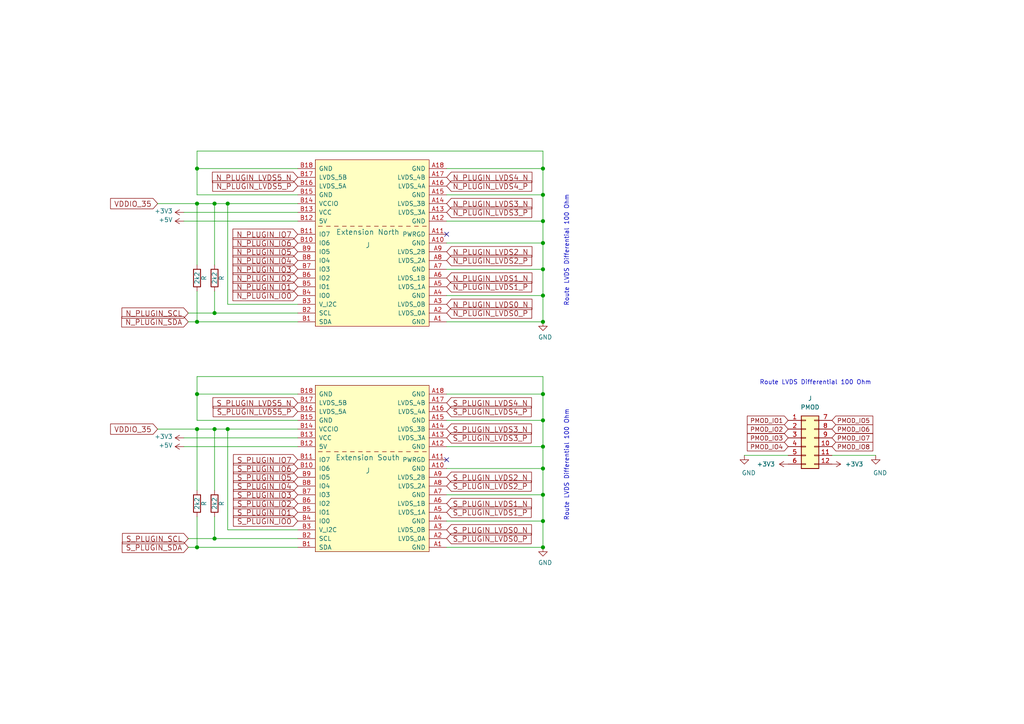
<source format=kicad_sch>
(kicad_sch (version 20201015) (generator eeschema)
  (paper "A4")
  (lib_symbols
    (symbol "Connector_Generic:Conn_02x06_Top_Bottom" (pin_names (offset 1.016) hide)
      (property "Reference" "J" (at 1.27 7.62 0))
      (property "Value" "Conn_02x06_Top_Bottom" (at 1.27 -10.16 0))
      (symbol "Conn_02x06_Top_Bottom_1_1"
        (rectangle (start -1.27 -4.953) (end 0 -5.207) (stroke (width 0.1524)))
        (rectangle (start -1.27 -7.493) (end 0 -7.747) (stroke (width 0.1524)))
        (rectangle (start -1.27 -2.413) (end 0 -2.667) (stroke (width 0.1524)))
        (rectangle (start -1.27 2.667) (end 0 2.413) (stroke (width 0.1524)))
        (rectangle (start -1.27 5.207) (end 0 4.953) (stroke (width 0.1524)))
        (rectangle (start -1.27 6.35) (end 3.81 -8.89) (stroke (width 0.254)) (fill (type background)))
        (rectangle (start -1.27 0.127) (end 0 -0.127) (stroke (width 0.1524)))
        (rectangle (start 3.81 -4.953) (end 2.54 -5.207) (stroke (width 0.1524)))
        (rectangle (start 3.81 -7.493) (end 2.54 -7.747) (stroke (width 0.1524)))
        (rectangle (start 3.81 -2.413) (end 2.54 -2.667) (stroke (width 0.1524)))
        (rectangle (start 3.81 2.667) (end 2.54 2.413) (stroke (width 0.1524)))
        (rectangle (start 3.81 5.207) (end 2.54 4.953) (stroke (width 0.1524)))
        (rectangle (start 3.81 0.127) (end 2.54 -0.127) (stroke (width 0.1524)))
        (pin passive line (at -5.08 5.08 0) (length 3.81) (name "Pin_1") (number "1"))
        (pin passive line (at 7.62 -2.54 180) (length 3.81) (name "Pin_10") (number "10"))
        (pin passive line (at 7.62 -5.08 180) (length 3.81) (name "Pin_11") (number "11"))
        (pin passive line (at 7.62 -7.62 180) (length 3.81) (name "Pin_12") (number "12"))
        (pin passive line (at -5.08 2.54 0) (length 3.81) (name "Pin_2") (number "2"))
        (pin passive line (at -5.08 0 0) (length 3.81) (name "Pin_3") (number "3"))
        (pin passive line (at -5.08 -2.54 0) (length 3.81) (name "Pin_4") (number "4"))
        (pin passive line (at -5.08 -5.08 0) (length 3.81) (name "Pin_5") (number "5"))
        (pin passive line (at -5.08 -7.62 0) (length 3.81) (name "Pin_6") (number "6"))
        (pin passive line (at 7.62 5.08 180) (length 3.81) (name "Pin_7") (number "7"))
        (pin passive line (at 7.62 2.54 180) (length 3.81) (name "Pin_8") (number "8"))
        (pin passive line (at 7.62 0 180) (length 3.81) (name "Pin_9") (number "9"))
      )
    )
    (symbol "Device:R" (pin_numbers hide) (pin_names (offset 0))
      (property "Reference" "R" (at 2.032 0 90))
      (property "Value" "R" (at 0 0 90))
      (symbol "R_0_1"
        (rectangle (start -1.016 -2.54) (end 1.016 2.54) (stroke (width 0.254)))
      )
      (symbol "R_1_1"
        (pin passive line (at 0 3.81 270) (length 1.27) (name "~") (number "1"))
        (pin passive line (at 0 -3.81 90) (length 1.27) (name "~") (number "2"))
      )
    )
    (symbol "pcie-36-axiom:PCIe-36-Axiom" (pin_names (offset 1.016))
      (property "Reference" "J" (at -1.27 0.635 0))
      (property "Value" "PCIe-36-Axiom" (at -1.27 4.445 0))
      (symbol "PCIe-36-Axiom_0_0"
        (text "_ _ _ _ _ _ _ _ _ _ _ _ _ _ " (at 0.635 6.985 0) (effects (font (size 1.524 1.524))))
      )
      (symbol "PCIe-36-Axiom_0_1"
        (rectangle (start -16.51 25.4) (end 16.51 -22.86) (fill (type background)))
      )
      (symbol "PCIe-36-Axiom_1_1"
        (pin power_in line (at 21.59 -21.59 180) (length 5.08) (name "GND") (number "A1"))
        (pin bidirectional line (at -21.59 -21.59 0) (length 5.08) (name "SDA") (number "B1"))
        (pin bidirectional line (at 21.59 -19.05 180) (length 5.08) (name "LVDS_0A") (number "A2"))
        (pin bidirectional line (at -21.59 -19.05 0) (length 5.08) (name "SCL") (number "B2"))
        (pin bidirectional line (at 21.59 -16.51 180) (length 5.08) (name "LVDS_0B") (number "A3"))
        (pin power_in line (at -21.59 -16.51 0) (length 5.08) (name "V_I2C") (number "B3"))
        (pin power_in line (at 21.59 -13.97 180) (length 5.08) (name "GND") (number "A4"))
        (pin bidirectional line (at -21.59 -13.97 0) (length 5.08) (name "IO0") (number "B4"))
        (pin bidirectional line (at 21.59 -11.43 180) (length 5.08) (name "LVDS_1A") (number "A5"))
        (pin bidirectional line (at -21.59 -11.43 0) (length 5.08) (name "IO1") (number "B5"))
        (pin bidirectional line (at 21.59 -8.89 180) (length 5.08) (name "LVDS_1B") (number "A6"))
        (pin bidirectional line (at -21.59 -8.89 0) (length 5.08) (name "IO2") (number "B6"))
        (pin power_in line (at 21.59 -6.35 180) (length 5.08) (name "GND") (number "A7"))
        (pin bidirectional line (at -21.59 -6.35 0) (length 5.08) (name "IO3") (number "B7"))
        (pin bidirectional line (at 21.59 -3.81 180) (length 5.08) (name "LVDS_2A") (number "A8"))
        (pin bidirectional line (at -21.59 -3.81 0) (length 5.08) (name "IO4") (number "B8"))
        (pin bidirectional line (at 21.59 -1.27 180) (length 5.08) (name "LVDS_2B") (number "A9"))
        (pin bidirectional line (at -21.59 -1.27 0) (length 5.08) (name "IO5") (number "B9"))
        (pin power_in line (at 21.59 1.27 180) (length 5.08) (name "GND") (number "A10"))
        (pin bidirectional line (at -21.59 1.27 0) (length 5.08) (name "IO6") (number "B10"))
        (pin bidirectional line (at 21.59 3.81 180) (length 5.08) (name "PWRGD") (number "A11"))
        (pin bidirectional line (at -21.59 3.81 0) (length 5.08) (name "IO7") (number "B11"))
        (pin power_in line (at 21.59 7.62 180) (length 5.08) (name "GND") (number "A12"))
        (pin input line (at -21.59 7.62 0) (length 5.08) (name "5V") (number "B12"))
        (pin bidirectional line (at 21.59 10.16 180) (length 5.08) (name "LVDS_3A") (number "A13"))
        (pin input line (at -21.59 10.16 0) (length 5.08) (name "VCC") (number "B13"))
        (pin bidirectional line (at 21.59 12.7 180) (length 5.08) (name "LVDS_3B") (number "A14"))
        (pin input line (at -21.59 12.7 0) (length 5.08) (name "VCCIO") (number "B14"))
        (pin power_in line (at 21.59 15.24 180) (length 5.08) (name "GND") (number "A15"))
        (pin power_in line (at -21.59 15.24 0) (length 5.08) (name "GND") (number "B15"))
        (pin bidirectional line (at 21.59 17.78 180) (length 5.08) (name "LVDS_4A") (number "A16"))
        (pin bidirectional line (at -21.59 17.78 0) (length 5.08) (name "LVDS_5A") (number "B16"))
        (pin bidirectional line (at 21.59 20.32 180) (length 5.08) (name "LVDS_4B") (number "A17"))
        (pin bidirectional line (at -21.59 20.32 0) (length 5.08) (name "LVDS_5B") (number "B17"))
        (pin power_in line (at 21.59 22.86 180) (length 5.08) (name "GND") (number "A18"))
        (pin power_in line (at -21.59 22.86 0) (length 5.08) (name "GND") (number "B18"))
      )
    )
    (symbol "pcie-36-axiom:PCIe-36-Axiom_1" (pin_names (offset 1.016))
      (property "Reference" "J" (at -1.27 0.635 0))
      (property "Value" "PCIe-36-Axiom" (at -1.27 4.445 0))
      (symbol "PCIe-36-Axiom_1_0_0"
        (text "_ _ _ _ _ _ _ _ _ _ _ _ _ _ " (at 0.635 6.985 0) (effects (font (size 1.524 1.524))))
      )
      (symbol "PCIe-36-Axiom_1_0_1"
        (rectangle (start -16.51 25.4) (end 16.51 -22.86) (fill (type background)))
      )
      (symbol "PCIe-36-Axiom_1_1_1"
        (pin power_in line (at 21.59 -21.59 180) (length 5.08) (name "GND") (number "A1"))
        (pin bidirectional line (at -21.59 -21.59 0) (length 5.08) (name "SDA") (number "B1"))
        (pin bidirectional line (at 21.59 -19.05 180) (length 5.08) (name "LVDS_0A") (number "A2"))
        (pin bidirectional line (at -21.59 -19.05 0) (length 5.08) (name "SCL") (number "B2"))
        (pin bidirectional line (at 21.59 -16.51 180) (length 5.08) (name "LVDS_0B") (number "A3"))
        (pin power_in line (at -21.59 -16.51 0) (length 5.08) (name "V_I2C") (number "B3"))
        (pin power_in line (at 21.59 -13.97 180) (length 5.08) (name "GND") (number "A4"))
        (pin bidirectional line (at -21.59 -13.97 0) (length 5.08) (name "IO0") (number "B4"))
        (pin bidirectional line (at 21.59 -11.43 180) (length 5.08) (name "LVDS_1A") (number "A5"))
        (pin bidirectional line (at -21.59 -11.43 0) (length 5.08) (name "IO1") (number "B5"))
        (pin bidirectional line (at 21.59 -8.89 180) (length 5.08) (name "LVDS_1B") (number "A6"))
        (pin bidirectional line (at -21.59 -8.89 0) (length 5.08) (name "IO2") (number "B6"))
        (pin power_in line (at 21.59 -6.35 180) (length 5.08) (name "GND") (number "A7"))
        (pin bidirectional line (at -21.59 -6.35 0) (length 5.08) (name "IO3") (number "B7"))
        (pin bidirectional line (at 21.59 -3.81 180) (length 5.08) (name "LVDS_2A") (number "A8"))
        (pin bidirectional line (at -21.59 -3.81 0) (length 5.08) (name "IO4") (number "B8"))
        (pin bidirectional line (at 21.59 -1.27 180) (length 5.08) (name "LVDS_2B") (number "A9"))
        (pin bidirectional line (at -21.59 -1.27 0) (length 5.08) (name "IO5") (number "B9"))
        (pin power_in line (at 21.59 1.27 180) (length 5.08) (name "GND") (number "A10"))
        (pin bidirectional line (at -21.59 1.27 0) (length 5.08) (name "IO6") (number "B10"))
        (pin bidirectional line (at 21.59 3.81 180) (length 5.08) (name "PWRGD") (number "A11"))
        (pin bidirectional line (at -21.59 3.81 0) (length 5.08) (name "IO7") (number "B11"))
        (pin power_in line (at 21.59 7.62 180) (length 5.08) (name "GND") (number "A12"))
        (pin input line (at -21.59 7.62 0) (length 5.08) (name "5V") (number "B12"))
        (pin bidirectional line (at 21.59 10.16 180) (length 5.08) (name "LVDS_3A") (number "A13"))
        (pin input line (at -21.59 10.16 0) (length 5.08) (name "VCC") (number "B13"))
        (pin bidirectional line (at 21.59 12.7 180) (length 5.08) (name "LVDS_3B") (number "A14"))
        (pin input line (at -21.59 12.7 0) (length 5.08) (name "VCCIO") (number "B14"))
        (pin power_in line (at 21.59 15.24 180) (length 5.08) (name "GND") (number "A15"))
        (pin power_in line (at -21.59 15.24 0) (length 5.08) (name "GND") (number "B15"))
        (pin bidirectional line (at 21.59 17.78 180) (length 5.08) (name "LVDS_4A") (number "A16"))
        (pin bidirectional line (at -21.59 17.78 0) (length 5.08) (name "LVDS_5A") (number "B16"))
        (pin bidirectional line (at 21.59 20.32 180) (length 5.08) (name "LVDS_4B") (number "A17"))
        (pin bidirectional line (at -21.59 20.32 0) (length 5.08) (name "LVDS_5B") (number "B17"))
        (pin power_in line (at 21.59 22.86 180) (length 5.08) (name "GND") (number "A18"))
        (pin power_in line (at -21.59 22.86 0) (length 5.08) (name "GND") (number "B18"))
      )
    )
    (symbol "power:+3V3" (power) (pin_names (offset 0))
      (property "Value" "+3V3" (at 0 3.556 0))
      (symbol "+3V3_0_1"
        (polyline (pts (xy -0.762 1.27) (xy 0 2.54)))
        (polyline (pts (xy 0 0) (xy 0 2.54)))
        (polyline (pts (xy 0 2.54) (xy 0.762 1.27)))
      )
      (symbol "+3V3_1_1"
        (pin power_in line (at 0 0 90) (length 0) hide (name "+3V3") (number "1"))
      )
    )
    (symbol "power:+5V" (power) (pin_names (offset 0))
      (property "Value" "+5V" (at 0 3.556 0))
      (symbol "+5V_0_1"
        (polyline (pts (xy -0.762 1.27) (xy 0 2.54)))
        (polyline (pts (xy 0 0) (xy 0 2.54)))
        (polyline (pts (xy 0 2.54) (xy 0.762 1.27)))
      )
      (symbol "+5V_1_1"
        (pin power_in line (at 0 0 90) (length 0) hide (name "+5V") (number "1"))
      )
    )
    (symbol "power:GND" (power) (pin_names (offset 0))
      (property "Value" "GND" (at 0 -3.81 0))
      (symbol "GND_0_1"
        (polyline (pts (xy 0 0) (xy 0 -1.27) (xy 1.27 -1.27) (xy 0 -2.54) (xy -1.27 -1.27) (xy 0 -1.27)))
      )
      (symbol "GND_1_1"
        (pin power_in line (at 0 0 270) (length 0) hide (name "GND") (number "1"))
      )
    )
  )
  (junction (at 57.15 48.895) (diameter 1.016))
  (junction (at 57.15 59.055) (diameter 1.016))
  (junction (at 57.15 93.345) (diameter 1.016))
  (junction (at 57.15 114.3) (diameter 1.016))
  (junction (at 57.15 124.46) (diameter 1.016))
  (junction (at 57.15 158.75) (diameter 1.016))
  (junction (at 62.23 59.055) (diameter 1.016))
  (junction (at 62.23 90.805) (diameter 1.016))
  (junction (at 62.23 124.46) (diameter 1.016))
  (junction (at 62.23 156.21) (diameter 1.016))
  (junction (at 66.04 59.055) (diameter 1.016))
  (junction (at 66.04 124.46) (diameter 1.016))
  (junction (at 157.48 48.895) (diameter 1.016))
  (junction (at 157.48 56.515) (diameter 1.016))
  (junction (at 157.48 64.135) (diameter 1.016))
  (junction (at 157.48 70.485) (diameter 1.016))
  (junction (at 157.48 78.105) (diameter 1.016))
  (junction (at 157.48 85.725) (diameter 1.016))
  (junction (at 157.48 93.345) (diameter 1.016))
  (junction (at 157.48 114.3) (diameter 1.016))
  (junction (at 157.48 121.92) (diameter 1.016))
  (junction (at 157.48 129.54) (diameter 1.016))
  (junction (at 157.48 135.89) (diameter 1.016))
  (junction (at 157.48 143.51) (diameter 1.016))
  (junction (at 157.48 151.13) (diameter 1.016))
  (junction (at 157.48 158.75) (diameter 1.016))
  (no_connect (at 129.54 67.945))
  (no_connect (at 129.54 133.35))
  (wire (pts (xy 45.72 59.055) (xy 57.15 59.055)))
  (wire (pts (xy 45.72 124.46) (xy 57.15 124.46)))
  (wire (pts (xy 53.34 61.595) (xy 86.36 61.595)))
  (wire (pts (xy 53.34 64.135) (xy 86.36 64.135)))
  (wire (pts (xy 53.34 127) (xy 86.36 127)))
  (wire (pts (xy 53.34 129.54) (xy 86.36 129.54)))
  (wire (pts (xy 54.61 90.805) (xy 62.23 90.805)))
  (wire (pts (xy 54.61 93.345) (xy 57.15 93.345)))
  (wire (pts (xy 54.61 156.21) (xy 62.23 156.21)))
  (wire (pts (xy 54.61 158.75) (xy 57.15 158.75)))
  (wire (pts (xy 57.15 43.815) (xy 57.15 48.895)))
  (wire (pts (xy 57.15 43.815) (xy 157.48 43.815)))
  (wire (pts (xy 57.15 48.895) (xy 57.15 56.515)))
  (wire (pts (xy 57.15 48.895) (xy 86.36 48.895)))
  (wire (pts (xy 57.15 56.515) (xy 86.36 56.515)))
  (wire (pts (xy 57.15 59.055) (xy 62.23 59.055)))
  (wire (pts (xy 57.15 76.835) (xy 57.15 59.055)))
  (wire (pts (xy 57.15 84.455) (xy 57.15 93.345)))
  (wire (pts (xy 57.15 93.345) (xy 86.36 93.345)))
  (wire (pts (xy 57.15 109.22) (xy 57.15 114.3)))
  (wire (pts (xy 57.15 109.22) (xy 157.48 109.22)))
  (wire (pts (xy 57.15 114.3) (xy 57.15 121.92)))
  (wire (pts (xy 57.15 114.3) (xy 86.36 114.3)))
  (wire (pts (xy 57.15 121.92) (xy 86.36 121.92)))
  (wire (pts (xy 57.15 124.46) (xy 62.23 124.46)))
  (wire (pts (xy 57.15 142.24) (xy 57.15 124.46)))
  (wire (pts (xy 57.15 149.86) (xy 57.15 158.75)))
  (wire (pts (xy 57.15 158.75) (xy 86.36 158.75)))
  (wire (pts (xy 62.23 59.055) (xy 66.04 59.055)))
  (wire (pts (xy 62.23 76.835) (xy 62.23 59.055)))
  (wire (pts (xy 62.23 84.455) (xy 62.23 90.805)))
  (wire (pts (xy 62.23 90.805) (xy 86.36 90.805)))
  (wire (pts (xy 62.23 124.46) (xy 66.04 124.46)))
  (wire (pts (xy 62.23 142.24) (xy 62.23 124.46)))
  (wire (pts (xy 62.23 149.86) (xy 62.23 156.21)))
  (wire (pts (xy 62.23 156.21) (xy 86.36 156.21)))
  (wire (pts (xy 66.04 59.055) (xy 66.04 88.265)))
  (wire (pts (xy 66.04 59.055) (xy 86.36 59.055)))
  (wire (pts (xy 66.04 88.265) (xy 86.36 88.265)))
  (wire (pts (xy 66.04 124.46) (xy 66.04 153.67)))
  (wire (pts (xy 66.04 124.46) (xy 86.36 124.46)))
  (wire (pts (xy 66.04 153.67) (xy 86.36 153.67)))
  (wire (pts (xy 129.54 48.895) (xy 157.48 48.895)))
  (wire (pts (xy 129.54 56.515) (xy 157.48 56.515)))
  (wire (pts (xy 129.54 64.135) (xy 157.48 64.135)))
  (wire (pts (xy 129.54 70.485) (xy 157.48 70.485)))
  (wire (pts (xy 129.54 78.105) (xy 157.48 78.105)))
  (wire (pts (xy 129.54 85.725) (xy 157.48 85.725)))
  (wire (pts (xy 129.54 93.345) (xy 157.48 93.345)))
  (wire (pts (xy 129.54 114.3) (xy 157.48 114.3)))
  (wire (pts (xy 129.54 121.92) (xy 157.48 121.92)))
  (wire (pts (xy 129.54 129.54) (xy 157.48 129.54)))
  (wire (pts (xy 129.54 135.89) (xy 157.48 135.89)))
  (wire (pts (xy 129.54 143.51) (xy 157.48 143.51)))
  (wire (pts (xy 129.54 151.13) (xy 157.48 151.13)))
  (wire (pts (xy 129.54 158.75) (xy 157.48 158.75)))
  (wire (pts (xy 157.48 43.815) (xy 157.48 48.895)))
  (wire (pts (xy 157.48 48.895) (xy 157.48 56.515)))
  (wire (pts (xy 157.48 56.515) (xy 157.48 64.135)))
  (wire (pts (xy 157.48 64.135) (xy 157.48 70.485)))
  (wire (pts (xy 157.48 70.485) (xy 157.48 78.105)))
  (wire (pts (xy 157.48 78.105) (xy 157.48 85.725)))
  (wire (pts (xy 157.48 85.725) (xy 157.48 93.345)))
  (wire (pts (xy 157.48 109.22) (xy 157.48 114.3)))
  (wire (pts (xy 157.48 114.3) (xy 157.48 121.92)))
  (wire (pts (xy 157.48 121.92) (xy 157.48 129.54)))
  (wire (pts (xy 157.48 129.54) (xy 157.48 135.89)))
  (wire (pts (xy 157.48 135.89) (xy 157.48 143.51)))
  (wire (pts (xy 157.48 143.51) (xy 157.48 151.13)))
  (wire (pts (xy 157.48 151.13) (xy 157.48 158.75)))
  (wire (pts (xy 215.9 132.08) (xy 228.6 132.08)))
  (wire (pts (xy 241.3 132.08) (xy 254 132.08)))
  (text "Route LVDS Differential 100 Ohm" (at 165.1 88.9 90) (effects (font (size 1.27 1.27)) (justify left bottom)))
  (text "Route LVDS Differential 100 Ohm" (at 165.1 151.13 90) (effects (font (size 1.27 1.27)) (justify left bottom)))
  (text "Route LVDS Differential 100 Ohm" (at 252.73 111.76 180) (effects (font (size 1.27 1.27)) (justify right bottom)))
  (global_label "VDDIO_35" (shape input) (at 45.72 59.055 180) (property "Intersheet References" "${INTERSHEET_REFS}" (effects hide)) (effects (font (size 1.524 1.524))))
  (global_label "VDDIO_35" (shape input) (at 45.72 124.46 180) (property "Intersheet References" "${INTERSHEET_REFS}" (effects hide)) (effects (font (size 1.524 1.524))))
  (global_label "N_PLUGIN_SCL" (shape input) (at 54.61 90.805 180) (property "Intersheet References" "${INTERSHEET_REFS}" (effects hide)) (effects (font (size 1.524 1.524))))
  (global_label "N_PLUGIN_SDA" (shape input) (at 54.61 93.345 180) (property "Intersheet References" "${INTERSHEET_REFS}" (effects hide)) (effects (font (size 1.524 1.524))))
  (global_label "S_PLUGIN_SCL" (shape input) (at 54.61 156.21 180) (property "Intersheet References" "${INTERSHEET_REFS}" (effects hide)) (effects (font (size 1.524 1.524))))
  (global_label "S_PLUGIN_SDA" (shape input) (at 54.61 158.75 180) (property "Intersheet References" "${INTERSHEET_REFS}" (effects hide)) (effects (font (size 1.524 1.524))))
  (global_label "N_PLUGIN_LVDS5_N" (shape input) (at 86.36 51.435 180) (property "Intersheet References" "${INTERSHEET_REFS}" (effects hide)) (effects (font (size 1.524 1.524))))
  (global_label "N_PLUGIN_LVDS5_P" (shape input) (at 86.36 53.975 180) (property "Intersheet References" "${INTERSHEET_REFS}" (effects hide)) (effects (font (size 1.524 1.524))))
  (global_label "N_PLUGIN_IO7" (shape input) (at 86.36 67.945 180) (property "Intersheet References" "${INTERSHEET_REFS}" (effects hide)) (effects (font (size 1.524 1.524))))
  (global_label "N_PLUGIN_IO6" (shape input) (at 86.36 70.485 180) (property "Intersheet References" "${INTERSHEET_REFS}" (effects hide)) (effects (font (size 1.524 1.524))))
  (global_label "N_PLUGIN_IO5" (shape input) (at 86.36 73.025 180) (property "Intersheet References" "${INTERSHEET_REFS}" (effects hide)) (effects (font (size 1.524 1.524))))
  (global_label "N_PLUGIN_IO4" (shape input) (at 86.36 75.565 180) (property "Intersheet References" "${INTERSHEET_REFS}" (effects hide)) (effects (font (size 1.524 1.524))))
  (global_label "N_PLUGIN_IO3" (shape input) (at 86.36 78.105 180) (property "Intersheet References" "${INTERSHEET_REFS}" (effects hide)) (effects (font (size 1.524 1.524))))
  (global_label "N_PLUGIN_IO2" (shape input) (at 86.36 80.645 180) (property "Intersheet References" "${INTERSHEET_REFS}" (effects hide)) (effects (font (size 1.524 1.524))))
  (global_label "N_PLUGIN_IO1" (shape input) (at 86.36 83.185 180) (property "Intersheet References" "${INTERSHEET_REFS}" (effects hide)) (effects (font (size 1.524 1.524))))
  (global_label "N_PLUGIN_IO0" (shape input) (at 86.36 85.725 180) (property "Intersheet References" "${INTERSHEET_REFS}" (effects hide)) (effects (font (size 1.524 1.524))))
  (global_label "S_PLUGIN_LVDS5_N" (shape input) (at 86.36 116.84 180) (property "Intersheet References" "${INTERSHEET_REFS}" (effects hide)) (effects (font (size 1.524 1.524))))
  (global_label "S_PLUGIN_LVDS5_P" (shape input) (at 86.36 119.38 180) (property "Intersheet References" "${INTERSHEET_REFS}" (effects hide)) (effects (font (size 1.524 1.524))))
  (global_label "S_PLUGIN_IO7" (shape input) (at 86.36 133.35 180) (property "Intersheet References" "${INTERSHEET_REFS}" (effects hide)) (effects (font (size 1.524 1.524))))
  (global_label "S_PLUGIN_IO6" (shape input) (at 86.36 135.89 180) (property "Intersheet References" "${INTERSHEET_REFS}" (effects hide)) (effects (font (size 1.524 1.524))))
  (global_label "S_PLUGIN_IO5" (shape input) (at 86.36 138.43 180) (property "Intersheet References" "${INTERSHEET_REFS}" (effects hide)) (effects (font (size 1.524 1.524))))
  (global_label "S_PLUGIN_IO4" (shape input) (at 86.36 140.97 180) (property "Intersheet References" "${INTERSHEET_REFS}" (effects hide)) (effects (font (size 1.524 1.524))))
  (global_label "S_PLUGIN_IO3" (shape input) (at 86.36 143.51 180) (property "Intersheet References" "${INTERSHEET_REFS}" (effects hide)) (effects (font (size 1.524 1.524))))
  (global_label "S_PLUGIN_IO2" (shape input) (at 86.36 146.05 180) (property "Intersheet References" "${INTERSHEET_REFS}" (effects hide)) (effects (font (size 1.524 1.524))))
  (global_label "S_PLUGIN_IO1" (shape input) (at 86.36 148.59 180) (property "Intersheet References" "${INTERSHEET_REFS}" (effects hide)) (effects (font (size 1.524 1.524))))
  (global_label "S_PLUGIN_IO0" (shape input) (at 86.36 151.13 180) (property "Intersheet References" "${INTERSHEET_REFS}" (effects hide)) (effects (font (size 1.524 1.524))))
  (global_label "N_PLUGIN_LVDS4_N" (shape input) (at 129.54 51.435 0) (property "Intersheet References" "${INTERSHEET_REFS}" (effects hide)) (effects (font (size 1.524 1.524))))
  (global_label "N_PLUGIN_LVDS4_P" (shape input) (at 129.54 53.975 0) (property "Intersheet References" "${INTERSHEET_REFS}" (effects hide)) (effects (font (size 1.524 1.524))))
  (global_label "N_PLUGIN_LVDS3_N" (shape input) (at 129.54 59.055 0) (property "Intersheet References" "${INTERSHEET_REFS}" (effects hide)) (effects (font (size 1.524 1.524))))
  (global_label "N_PLUGIN_LVDS3_P" (shape input) (at 129.54 61.595 0) (property "Intersheet References" "${INTERSHEET_REFS}" (effects hide)) (effects (font (size 1.524 1.524))))
  (global_label "N_PLUGIN_LVDS2_N" (shape input) (at 129.54 73.025 0) (property "Intersheet References" "${INTERSHEET_REFS}" (effects hide)) (effects (font (size 1.524 1.524))))
  (global_label "N_PLUGIN_LVDS2_P" (shape input) (at 129.54 75.565 0) (property "Intersheet References" "${INTERSHEET_REFS}" (effects hide)) (effects (font (size 1.524 1.524))))
  (global_label "N_PLUGIN_LVDS1_N" (shape input) (at 129.54 80.645 0) (property "Intersheet References" "${INTERSHEET_REFS}" (effects hide)) (effects (font (size 1.524 1.524))))
  (global_label "N_PLUGIN_LVDS1_P" (shape input) (at 129.54 83.185 0) (property "Intersheet References" "${INTERSHEET_REFS}" (effects hide)) (effects (font (size 1.524 1.524))))
  (global_label "N_PLUGIN_LVDS0_N" (shape input) (at 129.54 88.265 0) (property "Intersheet References" "${INTERSHEET_REFS}" (effects hide)) (effects (font (size 1.524 1.524))))
  (global_label "N_PLUGIN_LVDS0_P" (shape input) (at 129.54 90.805 0) (property "Intersheet References" "${INTERSHEET_REFS}" (effects hide)) (effects (font (size 1.524 1.524))))
  (global_label "S_PLUGIN_LVDS4_N" (shape input) (at 129.54 116.84 0) (property "Intersheet References" "${INTERSHEET_REFS}" (effects hide)) (effects (font (size 1.524 1.524))))
  (global_label "S_PLUGIN_LVDS4_P" (shape input) (at 129.54 119.38 0) (property "Intersheet References" "${INTERSHEET_REFS}" (effects hide)) (effects (font (size 1.524 1.524))))
  (global_label "S_PLUGIN_LVDS3_N" (shape input) (at 129.54 124.46 0) (property "Intersheet References" "${INTERSHEET_REFS}" (effects hide)) (effects (font (size 1.524 1.524))))
  (global_label "S_PLUGIN_LVDS3_P" (shape input) (at 129.54 127 0) (property "Intersheet References" "${INTERSHEET_REFS}" (effects hide)) (effects (font (size 1.524 1.524))))
  (global_label "S_PLUGIN_LVDS2_N" (shape input) (at 129.54 138.43 0) (property "Intersheet References" "${INTERSHEET_REFS}" (effects hide)) (effects (font (size 1.524 1.524))))
  (global_label "S_PLUGIN_LVDS2_P" (shape input) (at 129.54 140.97 0) (property "Intersheet References" "${INTERSHEET_REFS}" (effects hide)) (effects (font (size 1.524 1.524))))
  (global_label "S_PLUGIN_LVDS1_N" (shape input) (at 129.54 146.05 0) (property "Intersheet References" "${INTERSHEET_REFS}" (effects hide)) (effects (font (size 1.524 1.524))))
  (global_label "S_PLUGIN_LVDS1_P" (shape input) (at 129.54 148.59 0) (property "Intersheet References" "${INTERSHEET_REFS}" (effects hide)) (effects (font (size 1.524 1.524))))
  (global_label "S_PLUGIN_LVDS0_N" (shape input) (at 129.54 153.67 0) (property "Intersheet References" "${INTERSHEET_REFS}" (effects hide)) (effects (font (size 1.524 1.524))))
  (global_label "S_PLUGIN_LVDS0_P" (shape input) (at 129.54 156.21 0) (property "Intersheet References" "${INTERSHEET_REFS}" (effects hide)) (effects (font (size 1.524 1.524))))
  (global_label "PMOD_IO1" (shape input) (at 228.6 121.92 180) (property "Intersheet References" "${INTERSHEET_REFS}" (effects hide)))
  (global_label "PMOD_IO2" (shape input) (at 228.6 124.46 180) (property "Intersheet References" "${INTERSHEET_REFS}" (effects hide)))
  (global_label "PMOD_IO3" (shape input) (at 228.6 127 180) (property "Intersheet References" "${INTERSHEET_REFS}" (effects hide)))
  (global_label "PMOD_IO4" (shape input) (at 228.6 129.54 180) (property "Intersheet References" "${INTERSHEET_REFS}" (effects hide)))
  (global_label "PMOD_IO5" (shape input) (at 241.3 121.92 0) (property "Intersheet References" "${INTERSHEET_REFS}" (effects hide)))
  (global_label "PMOD_IO6" (shape input) (at 241.3 124.46 0) (property "Intersheet References" "${INTERSHEET_REFS}" (effects hide)))
  (global_label "PMOD_IO7" (shape input) (at 241.3 127 0) (property "Intersheet References" "${INTERSHEET_REFS}" (effects hide)))
  (global_label "PMOD_IO8" (shape input) (at 241.3 129.54 0) (property "Intersheet References" "${INTERSHEET_REFS}" (effects hide)))
  (symbol (lib_id "power:+3V3") (at 53.34 61.595 90) (unit 1)
    (property "Reference" "#PWR" (effects hide))
    (property "Value" "+3V3" (at 50.0888 61.214 90) (effects (justify left)))
  )
  (symbol (lib_id "power:+5V") (at 53.34 64.135 90) (unit 1)
    (property "Reference" "#PWR" (effects hide))
    (property "Value" "+5V" (at 50.0888 63.754 90) (effects (justify left)))
  )
  (symbol (lib_id "power:+3V3") (at 53.34 127 90) (unit 1)
    (property "Reference" "#PWR" (effects hide))
    (property "Value" "+3V3" (at 50.0888 126.619 90) (effects (justify left)))
  )
  (symbol (lib_id "power:+5V") (at 53.34 129.54 90) (unit 1)
    (property "Reference" "#PWR" (effects hide))
    (property "Value" "+5V" (at 50.0888 129.159 90) (effects (justify left)))
  )
  (symbol (lib_id "power:+3V3") (at 228.6 134.62 90) (unit 1)
    (property "Reference" "#PWR" (effects hide))
    (property "Value" "+3V3" (at 224.79 134.62 90) (effects (justify left)))
  )
  (symbol (lib_id "power:+3V3") (at 241.3 134.62 270) (unit 1)
    (property "Reference" "#PWR" (effects hide))
    (property "Value" "+3V3" (at 245.11 134.62 90) (effects (justify left)))
  )
  (symbol (lib_id "power:GND") (at 157.48 93.345 0) (unit 1)
    (property "Reference" "#PWR" (effects hide))
    (property "Value" "GND" (at 158.115 97.79 0))
  )
  (symbol (lib_id "power:GND") (at 157.48 158.75 0) (unit 1)
    (property "Reference" "#PWR" (effects hide))
    (property "Value" "GND" (at 158.115 163.195 0))
  )
  (symbol (lib_id "power:GND") (at 215.9 132.08 0) (unit 1)
    (property "Reference" "#PWR" (effects hide))
    (property "Value" "GND" (at 217.17 137.16 0))
  )
  (symbol (lib_id "power:GND") (at 254 132.08 0) (unit 1)
    (property "Reference" "#PWR" (effects hide))
    (property "Value" "GND" (at 255.27 137.16 0))
  )
  (symbol (lib_id "Device:R") (at 57.15 80.645 0) (unit 1)
    (property "Reference" "R" (at 59.182 80.645 90))
    (property "Value" "2k2" (at 57.15 80.645 90))
    (property "Footprint" "Resistors_SMD:R_0603_HandSoldering" (effects hide))
  )
  (symbol (lib_id "Device:R") (at 57.15 146.05 0) (unit 1)
    (property "Reference" "R" (at 59.182 146.05 90))
    (property "Value" "2k2" (at 57.15 146.05 90))
    (property "Footprint" "Resistors_SMD:R_0603_HandSoldering" (effects hide))
  )
  (symbol (lib_id "Device:R") (at 62.23 80.645 0) (unit 1)
    (property "Reference" "R" (at 64.262 80.645 90))
    (property "Value" "2k2" (at 62.23 80.645 90))
    (property "Footprint" "Resistors_SMD:R_0603_HandSoldering" (effects hide))
  )
  (symbol (lib_id "Device:R") (at 62.23 146.05 0) (unit 1)
    (property "Reference" "R" (at 64.262 146.05 90))
    (property "Value" "2k2" (at 62.23 146.05 90))
    (property "Footprint" "Resistors_SMD:R_0603_HandSoldering" (effects hide))
  )
  (symbol (lib_id "Connector_Generic:Conn_02x06_Top_Bottom") (at 233.68 127 0) (unit 1)
    (property "Reference" "J" (at 234.95 115.57 0))
    (property "Value" "PMOD" (at 234.95 118.11 0))
  )
  (symbol (lib_id "pcie-36-axiom:PCIe-36-Axiom") (at 107.95 71.755 0) (unit 1)
    (property "Reference" "J" (at 106.68 71.12 0) (effects (font (size 1.524 1.524))))
    (property "Value" "Extension North" (at 106.68 67.31 0) (effects (font (size 1.524 1.524))))
    (property "Footprint" "pcie:PCIE-36-NOPEG" (effects hide))
  )
  (symbol (lib_name "pcie-36-axiom:PCIe-36-Axiom_1") (lib_id "pcie-36-axiom:PCIe-36-Axiom") (at 107.95 137.16 0) (unit 1)
    (property "Reference" "J" (at 106.68 136.525 0) (effects (font (size 1.524 1.524))))
    (property "Value" "Extension South" (at 106.68 132.715 0) (effects (font (size 1.524 1.524))))
    (property "Footprint" "pcie:PCIE-36-NOPEG" (effects hide))
  )
)
</source>
